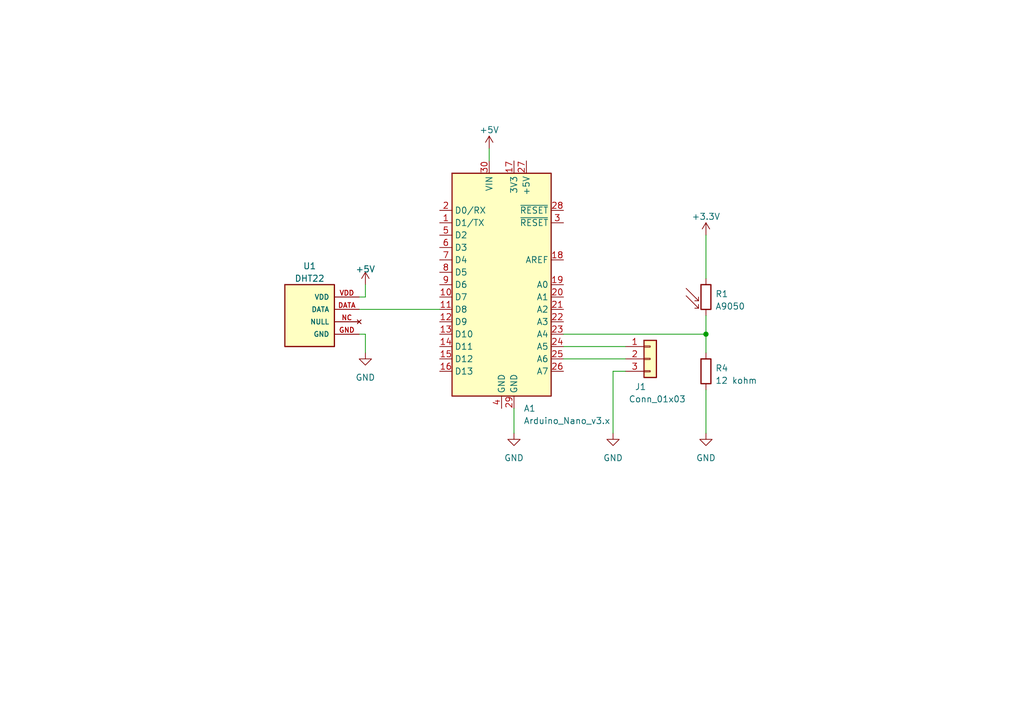
<source format=kicad_sch>
(kicad_sch (version 20230121) (generator eeschema)
  (paper "A5")
  (title_block (title "Mirabilis Sensor Circuit") (date "2023-03-25") (rev "REV.01") (company "Z. MASMOUDI"))
  (lib_symbols
    (symbol "Connector_Generic:Conn_01x03" (pin_names (offset 1.016) hide)
      (property "Reference" "J" (at 0 5.08 0))
      (property "Value" "Conn_01x03" (at 0 -5.08 0))
      (symbol "Conn_01x03_1_1"
        (rectangle (start -1.27 -2.413) (end 0 -2.667) (stroke (width 0.1524)))
        (rectangle (start -1.27 0.127) (end 0 -0.127) (stroke (width 0.1524)))
        (rectangle (start -1.27 2.667) (end 0 2.413) (stroke (width 0.1524)))
        (rectangle (start -1.27 3.81) (end 1.27 -3.81) (stroke (width 0.254)) (fill (type background)))
        (pin passive line (at -5.08 2.54 0) (length 3.81) (name "Pin_1") (number "1"))
        (pin passive line (at -5.08 0 0) (length 3.81) (name "Pin_2") (number "2"))
        (pin passive line (at -5.08 -2.54 0) (length 3.81) (name "Pin_3") (number "3"))
      )
    )
    (symbol "DHT22:DHT22" (pin_names (offset 1.016))
      (property "Reference" "U" (at 0 0 0))
      (property "Value" "DHT22" (at 0 0 0))
      (symbol "DHT22_0_0"
        (rectangle (start 0 0) (end 10.16 12.7) (stroke (width 0.254)) (fill (type background)))
        (pin output line (at 15.24 7.62 180) (length 5.08) (name "DATA") (number "DATA"))
        (pin power_in line (at 15.24 2.54 180) (length 5.08) (name "GND") (number "GND"))
        (pin no_connect line (at 15.24 5.08 180) (length 5.08) (name "NULL") (number "NC"))
        (pin power_in line (at 15.24 10.16 180) (length 5.08) (name "VDD") (number "VDD"))
      )
    )
    (symbol "Device:R" (pin_numbers hide) (pin_names (offset 0))
      (property "Reference" "R" (at 2.032 0 90))
      (property "Value" "R" (at 0 0 90))
      (symbol "R_0_1"
        (rectangle (start -1.016 -2.54) (end 1.016 2.54) (stroke (width 0.254)))
      )
      (symbol "R_1_1"
        (pin passive line (at 0 3.81 270) (length 1.27) (name "~") (number "1"))
        (pin passive line (at 0 -3.81 90) (length 1.27) (name "~") (number "2"))
      )
    )
    (symbol "MCU_Module:Arduino_Nano_v3.x"
      (property "Reference" "A" (at -10.16 23.495 0))
      (property "Value" "Arduino_Nano_v3.x" (at 5.08 -24.13 0))
      (symbol "Arduino_Nano_v3.x_0_1"
        (rectangle (start -10.16 22.86) (end 10.16 -22.86) (stroke (width 0.254)) (fill (type background)))
      )
      (symbol "Arduino_Nano_v3.x_1_1"
        (pin bidirectional line (at -12.7 12.7 0) (length 2.54) (name "D1/TX") (number "1"))
        (pin bidirectional line (at -12.7 -2.54 0) (length 2.54) (name "D7") (number "10"))
        (pin bidirectional line (at -12.7 -5.08 0) (length 2.54) (name "D8") (number "11"))
        (pin bidirectional line (at -12.7 -7.62 0) (length 2.54) (name "D9") (number "12"))
        (pin bidirectional line (at -12.7 -10.16 0) (length 2.54) (name "D10") (number "13"))
        (pin bidirectional line (at -12.7 -12.7 0) (length 2.54) (name "D11") (number "14"))
        (pin bidirectional line (at -12.7 -15.24 0) (length 2.54) (name "D12") (number "15"))
        (pin bidirectional line (at -12.7 -17.78 0) (length 2.54) (name "D13") (number "16"))
        (pin power_out line (at 2.54 25.4 270) (length 2.54) (name "3V3") (number "17"))
        (pin input line (at 12.7 5.08 180) (length 2.54) (name "AREF") (number "18"))
        (pin bidirectional line (at 12.7 0 180) (length 2.54) (name "A0") (number "19"))
        (pin bidirectional line (at -12.7 15.24 0) (length 2.54) (name "D0/RX") (number "2"))
        (pin bidirectional line (at 12.7 -2.54 180) (length 2.54) (name "A1") (number "20"))
        (pin bidirectional line (at 12.7 -5.08 180) (length 2.54) (name "A2") (number "21"))
        (pin bidirectional line (at 12.7 -7.62 180) (length 2.54) (name "A3") (number "22"))
        (pin bidirectional line (at 12.7 -10.16 180) (length 2.54) (name "A4") (number "23"))
        (pin bidirectional line (at 12.7 -12.7 180) (length 2.54) (name "A5") (number "24"))
        (pin bidirectional line (at 12.7 -15.24 180) (length 2.54) (name "A6") (number "25"))
        (pin bidirectional line (at 12.7 -17.78 180) (length 2.54) (name "A7") (number "26"))
        (pin power_out line (at 5.08 25.4 270) (length 2.54) (name "+5V") (number "27"))
        (pin input line (at 12.7 15.24 180) (length 2.54) (name "~{RESET}") (number "28"))
        (pin power_in line (at 2.54 -25.4 90) (length 2.54) (name "GND") (number "29"))
        (pin input line (at 12.7 12.7 180) (length 2.54) (name "~{RESET}") (number "3"))
        (pin power_in line (at -2.54 25.4 270) (length 2.54) (name "VIN") (number "30"))
        (pin power_in line (at 0 -25.4 90) (length 2.54) (name "GND") (number "4"))
        (pin bidirectional line (at -12.7 10.16 0) (length 2.54) (name "D2") (number "5"))
        (pin bidirectional line (at -12.7 7.62 0) (length 2.54) (name "D3") (number "6"))
        (pin bidirectional line (at -12.7 5.08 0) (length 2.54) (name "D4") (number "7"))
        (pin bidirectional line (at -12.7 2.54 0) (length 2.54) (name "D5") (number "8"))
        (pin bidirectional line (at -12.7 0 0) (length 2.54) (name "D6") (number "9"))
      )
    )
    (symbol "Sensor_Optical:A9050" (pin_numbers hide) (pin_names (offset 0))
      (property "Reference" "R" (at -5.08 0 90))
      (property "Value" "A9050" (at 1.905 0 90))
      (symbol "A9050_0_1"
        (rectangle (start -1.016 2.54) (end 1.016 -2.54) (stroke (width 0.254)))
        (polyline (pts (xy -1.524 -2.286) (xy -4.064 0.254)))
        (polyline (pts (xy -1.524 -2.286) (xy -2.286 -2.286)))
        (polyline (pts (xy -1.524 -2.286) (xy -1.524 -1.524)))
        (polyline (pts (xy -1.524 -0.762) (xy -4.064 1.778)))
        (polyline (pts (xy -1.524 -0.762) (xy -2.286 -0.762)))
        (polyline (pts (xy -1.524 -0.762) (xy -1.524 0)))
      )
      (symbol "A9050_1_1"
        (pin passive line (at 0 3.81 270) (length 1.27) (name "~") (number "1"))
        (pin passive line (at 0 -3.81 90) (length 1.27) (name "~") (number "2"))
      )
    )
    (symbol "power:+3.3V" (power) (pin_names (offset 0))
      (property "Value" "+3.3V" (at 0 3.556 0))
      (symbol "+3.3V_0_1"
        (polyline (pts (xy -0.762 1.27) (xy 0 2.54)))
        (polyline (pts (xy 0 0) (xy 0 2.54)))
        (polyline (pts (xy 0 2.54) (xy 0.762 1.27)))
      )
      (symbol "+3.3V_1_1"
        (pin power_in line (at 0 0 90) (length 0) hide (name "+3.3V") (number "1"))
      )
    )
    (symbol "power:+5V" (power) (pin_names (offset 0))
      (property "Value" "+5V" (at 0 3.556 0))
      (symbol "+5V_0_1"
        (polyline (pts (xy -0.762 1.27) (xy 0 2.54)))
        (polyline (pts (xy 0 0) (xy 0 2.54)))
        (polyline (pts (xy 0 2.54) (xy 0.762 1.27)))
      )
      (symbol "+5V_1_1"
        (pin power_in line (at 0 0 90) (length 0) hide (name "+5V") (number "1"))
      )
    )
    (symbol "power:GND" (power) (pin_names (offset 0))
      (property "Value" "GND" (at 0 -3.81 0))
      (symbol "GND_0_1"
        (polyline (pts (xy 0 0) (xy 0 -1.27) (xy 1.27 -1.27) (xy 0 -2.54) (xy -1.27 -1.27) (xy 0 -1.27)))
      )
      (symbol "GND_1_1"
        (pin power_in line (at 0 0 270) (length 0) hide (name "GND") (number "1"))
      )
    )
  )
  (junction (at 144.78 68.58))
  (wire (pts (xy 115.57 73.66) (xy 128.27 73.66)))
  (wire (pts (xy 100.33 30.48) (xy 100.33 33.02)))
  (wire (pts (xy 144.78 64.77) (xy 144.78 68.58)))
  (wire (pts (xy 73.66 60.96) (xy 74.93 60.96)))
  (wire (pts (xy 125.73 76.2) (xy 128.27 76.2)))
  (wire (pts (xy 144.78 68.58) (xy 144.78 72.39)))
  (wire (pts (xy 115.57 68.58) (xy 144.78 68.58)))
  (wire (pts (xy 73.66 63.5) (xy 90.17 63.5)))
  (wire (pts (xy 74.93 60.96) (xy 74.93 58.42)))
  (wire (pts (xy 115.57 71.12) (xy 128.27 71.12)))
  (wire (pts (xy 144.78 48.26) (xy 144.78 57.15)))
  (wire (pts (xy 74.93 68.58) (xy 74.93 72.39)))
  (wire (pts (xy 105.41 83.82) (xy 105.41 88.9)))
  (wire (pts (xy 74.93 68.58) (xy 73.66 68.58)))
  (wire (pts (xy 125.73 76.2) (xy 125.73 88.9)))
  (wire (pts (xy 144.78 80.01) (xy 144.78 88.9)))
  (symbol (lib_id "power:+5V") (at 100.33 30.48 0) (unit 1)
    (property "Reference" "#PWR07" (effects hide))
    (property "Value" "+5V" (at 100.33 26.67 0))
  )
  (symbol (lib_id "power:GND") (at 144.78 88.9 0) (unit 1)
    (property "Reference" "#PWR02" (effects hide))
    (property "Value" "GND" (at 144.78 93.98 0))
  )
  (symbol (lib_id "power:GND") (at 105.41 88.9 0) (unit 1)
    (property "Reference" "#PWR01" (effects hide))
    (property "Value" "GND" (at 105.41 93.98 0))
  )
  (symbol (lib_id "power:+5V") (at 74.93 58.42 0) (unit 1)
    (property "Reference" "#PWR06" (effects hide))
    (property "Value" "+5V" (at 74.93 55.245 0))
  )
  (symbol (lib_id "DHT22:DHT22") (at 58.42 71.12 0) (unit 1)
    (property "Reference" "U1" (at 63.5 54.61 0))
    (property "Value" "DHT22" (at 63.5 57.15 0))
    (property "Footprint" "DHT22" (effects hide))
  )
  (symbol (lib_id "power:+3.3V") (at 144.78 48.26 0) (unit 1)
    (property "Reference" "#PWR05" (effects hide))
    (property "Value" "+3.3V" (at 144.78 44.45 0))
  )
  (symbol (lib_id "Connector_Generic:Conn_01x03") (at 133.35 73.66 0) (unit 1)
    (property "Reference" "J1" (at 130.175 79.375 0) (effects (justify left)))
    (property "Value" "Conn_01x03" (at 128.905 81.915 0) (effects (justify left)))
    (property "Footprint" "Connector_Molex:Molex_KK-254_AE-6410-03A_1x03_P2.54mm_Vertical" (effects hide))
  )
  (symbol (lib_id "power:GND") (at 74.93 72.39 0) (unit 1)
    (property "Reference" "#PWR03" (effects hide))
    (property "Value" "GND" (at 74.93 77.47 0))
  )
  (symbol (lib_id "Sensor_Optical:A9050") (at 144.78 60.96 0) (unit 1)
    (property "Reference" "R1" (at 146.685 60.325 0) (effects (justify left)))
    (property "Value" "A9050" (at 146.685 62.865 0) (effects (justify left)))
    (property "Footprint" "OptoDevice:R_LDR_5.0x4.1mm_P3mm_Vertical" (effects hide))
    (property "Datasheet" "http://cdn-reichelt.de/documents/datenblatt/A500/A90xxxx%23PE.pdf" (effects hide))
  )
  (symbol (lib_id "MCU_Module:Arduino_Nano_v3.x") (at 102.87 58.42 0) (unit 1)
    (property "Reference" "A1" (at 107.3659 83.82 0) (effects (justify left)))
    (property "Value" "Arduino_Nano_v3.x" (at 107.3659 86.36 0) (effects (justify left)))
    (property "Footprint" "DHT22:DHT22" (effects hide))
    (property "Datasheet" "http://www.mouser.com/pdfdocs/Gravitech_Arduino_Nano3_0.pdf" (effects hide))
  )
  (symbol (lib_id "Device:R") (at 144.78 76.2 0) (unit 1)
    (property "Reference" "R4" (at 146.685 75.565 0) (effects (justify left)))
    (property "Value" "12 kohm" (at 146.685 78.105 0) (effects (justify left)))
    (property "Footprint" "Resistor_THT:R_Axial_DIN0204_L3.6mm_D1.6mm_P5.08mm_Vertical" (effects hide))
  )
  (symbol (lib_id "power:GND") (at 125.73 88.9 0) (unit 1)
    (property "Reference" "#PWR04" (effects hide))
    (property "Value" "GND" (at 125.73 93.98 0))
  )
)
</source>
